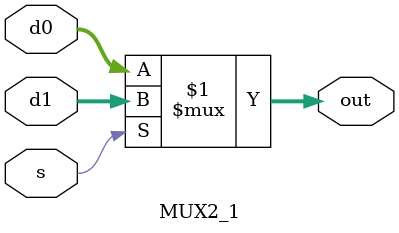
<source format=v>
`timescale 1ns / 1ps


module MUX2_1#(parameter WIDTH=32)
    (input [WIDTH-1:0] d0,
    input [WIDTH-1:0] d1,
    input s,
    output [WIDTH-1:0] out
    );
    assign out=s?d1:d0;
endmodule

</source>
